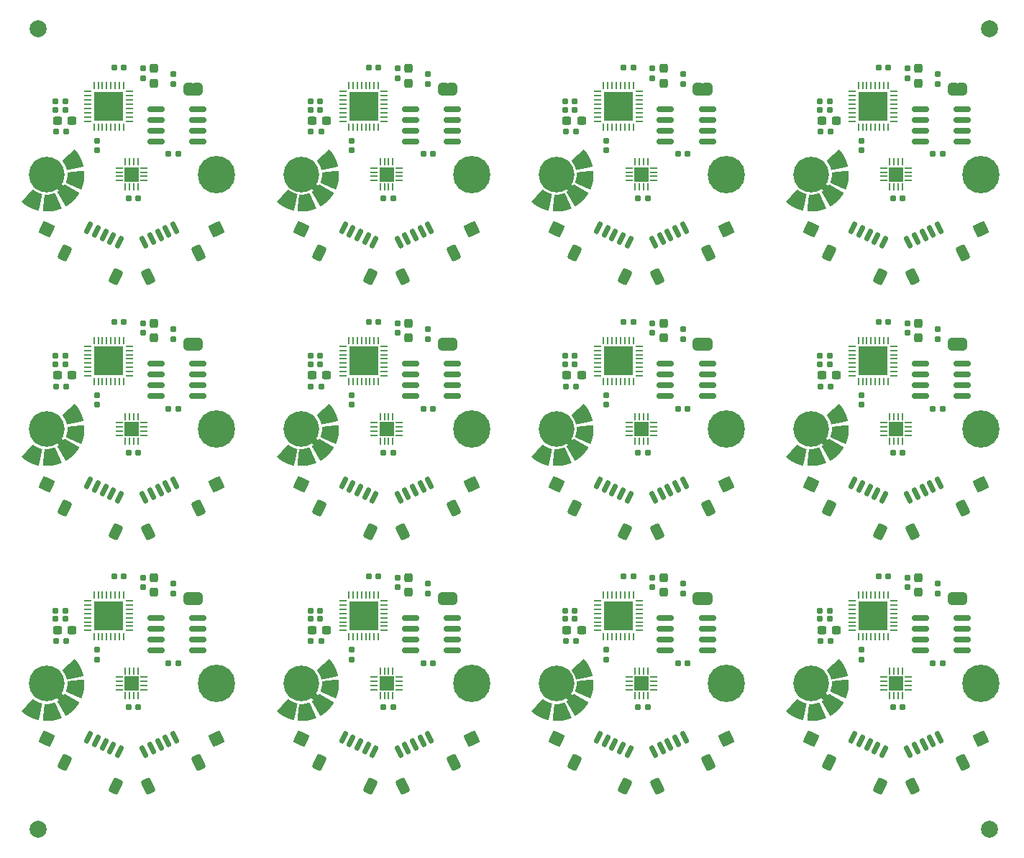
<source format=gts>
G04 #@! TF.GenerationSoftware,KiCad,Pcbnew,9.0.1-9.0.1-0~ubuntu24.04.1*
G04 #@! TF.CreationDate,2025-04-05T17:55:53+02:00*
G04 #@! TF.ProjectId,panel,70616e65-6c2e-46b6-9963-61645f706362,rev?*
G04 #@! TF.SameCoordinates,Original*
G04 #@! TF.FileFunction,Soldermask,Top*
G04 #@! TF.FilePolarity,Negative*
%FSLAX46Y46*%
G04 Gerber Fmt 4.6, Leading zero omitted, Abs format (unit mm)*
G04 Created by KiCad (PCBNEW 9.0.1-9.0.1-0~ubuntu24.04.1) date 2025-04-05 17:55:53*
%MOMM*%
%LPD*%
G01*
G04 APERTURE LIST*
G04 Aperture macros list*
%AMRoundRect*
0 Rectangle with rounded corners*
0 $1 Rounding radius*
0 $2 $3 $4 $5 $6 $7 $8 $9 X,Y pos of 4 corners*
0 Add a 4 corners polygon primitive as box body*
4,1,4,$2,$3,$4,$5,$6,$7,$8,$9,$2,$3,0*
0 Add four circle primitives for the rounded corners*
1,1,$1+$1,$2,$3*
1,1,$1+$1,$4,$5*
1,1,$1+$1,$6,$7*
1,1,$1+$1,$8,$9*
0 Add four rect primitives between the rounded corners*
20,1,$1+$1,$2,$3,$4,$5,0*
20,1,$1+$1,$4,$5,$6,$7,0*
20,1,$1+$1,$6,$7,$8,$9,0*
20,1,$1+$1,$8,$9,$2,$3,0*%
%AMRotRect*
0 Rectangle, with rotation*
0 The origin of the aperture is its center*
0 $1 length*
0 $2 width*
0 $3 Rotation angle, in degrees counterclockwise*
0 Add horizontal line*
21,1,$1,$2,0,0,$3*%
%AMFreePoly0*
4,1,14,0.460331,1.078955,0.915618,1.006844,1.139000,0.950004,0.621000,-0.981996,0.468616,-0.943709,0.157101,-0.902697,-0.157101,-0.902697,-0.468616,-0.943709,-0.621000,-0.981996,-1.139000,0.950004,-0.915618,1.006844,-0.460331,1.078955,0.000000,1.103080,0.460331,1.078955,0.460331,1.078955,$1*%
%AMFreePoly1*
4,1,14,0.460320,1.078851,0.915597,1.006743,1.139000,0.950004,0.621000,-0.981996,0.468616,-0.943709,0.157101,-0.902697,-0.157101,-0.902697,-0.468616,-0.943709,-0.621000,-0.981996,-1.139000,0.950004,-0.915597,1.006743,-0.460320,1.078851,0.000000,1.102975,0.460320,1.078851,0.460320,1.078851,$1*%
%AMFreePoly2*
4,1,16,0.460320,1.078850,0.915597,1.006743,1.139000,0.950004,0.621000,-0.981996,0.468594,-0.943818,0.400000,-0.934787,0.400000,-1.300000,-0.400000,-1.300000,-0.400000,-0.934787,-0.468594,-0.943818,-0.621000,-0.981996,-1.139000,0.950004,-0.915597,1.006743,-0.460320,1.078850,0.000000,1.102975,0.460320,1.078850,0.460320,1.078850,$1*%
%AMFreePoly3*
4,1,14,0.460320,1.078847,0.915597,1.006739,1.139000,0.950001,0.620999,-0.982000,0.468593,-0.943822,0.157093,-0.902813,-0.157094,-0.902813,-0.468594,-0.943822,-0.621000,-0.981999,-1.139000,0.950001,-0.915597,1.006739,-0.460320,1.078847,0.000000,1.102971,0.460320,1.078847,0.460320,1.078847,$1*%
%AMFreePoly4*
4,1,23,0.500000,-0.750000,0.000000,-0.750000,0.000000,-0.745722,-0.065263,-0.745722,-0.191342,-0.711940,-0.304381,-0.646677,-0.396677,-0.554381,-0.461940,-0.441342,-0.495722,-0.315263,-0.495722,-0.250000,-0.500000,-0.250000,-0.500000,0.250000,-0.495722,0.250000,-0.495722,0.315263,-0.461940,0.441342,-0.396677,0.554381,-0.304381,0.646677,-0.191342,0.711940,-0.065263,0.745722,0.000000,0.745722,
0.000000,0.750000,0.500000,0.750000,0.500000,-0.750000,0.500000,-0.750000,$1*%
%AMFreePoly5*
4,1,23,0.000000,0.745722,0.065263,0.745722,0.191342,0.711940,0.304381,0.646677,0.396677,0.554381,0.461940,0.441342,0.495722,0.315263,0.495722,0.250000,0.500000,0.250000,0.500000,-0.250000,0.495722,-0.250000,0.495722,-0.315263,0.461940,-0.441342,0.396677,-0.554381,0.304381,-0.646677,0.191342,-0.711940,0.065263,-0.745722,0.000000,-0.745722,0.000000,-0.750000,-0.500000,-0.750000,
-0.500000,0.750000,0.000000,0.750000,0.000000,0.745722,0.000000,0.745722,$1*%
G04 Aperture macros list end*
%ADD10C,2.000000*%
%ADD11RoundRect,0.155000X-0.155000X0.212500X-0.155000X-0.212500X0.155000X-0.212500X0.155000X0.212500X0*%
%ADD12RoundRect,0.155000X-0.212500X-0.155000X0.212500X-0.155000X0.212500X0.155000X-0.212500X0.155000X0*%
%ADD13RoundRect,0.150000X-0.400083X-0.503050X-0.128190X-0.629835X0.400083X0.503050X0.128190X0.629835X0*%
%ADD14RoundRect,0.250000X-0.591910X-0.441184X0.042506X-0.737016X0.591910X0.441184X-0.042506X0.737016X0*%
%ADD15C,2.600000*%
%ADD16C,4.400000*%
%ADD17RoundRect,0.160000X-0.160000X0.197500X-0.160000X-0.197500X0.160000X-0.197500X0.160000X0.197500X0*%
%ADD18RoundRect,0.160000X-0.197500X-0.160000X0.197500X-0.160000X0.197500X0.160000X-0.197500X0.160000X0*%
%ADD19RoundRect,0.150000X-0.825000X-0.150000X0.825000X-0.150000X0.825000X0.150000X-0.825000X0.150000X0*%
%ADD20RoundRect,0.237500X-0.237500X0.300000X-0.237500X-0.300000X0.237500X-0.300000X0.237500X0.300000X0*%
%ADD21RoundRect,0.237500X-0.300000X-0.237500X0.300000X-0.237500X0.300000X0.237500X-0.300000X0.237500X0*%
%ADD22RotRect,1.500000X1.500000X335.000000*%
%ADD23RotRect,1.500000X1.500000X25.000000*%
%ADD24FreePoly0,153.000000*%
%ADD25FreePoly1,189.000000*%
%ADD26FreePoly2,225.000000*%
%ADD27C,4.200000*%
%ADD28FreePoly3,261.000000*%
%ADD29FreePoly0,297.000000*%
%ADD30RoundRect,0.062500X0.350000X0.062500X-0.350000X0.062500X-0.350000X-0.062500X0.350000X-0.062500X0*%
%ADD31RoundRect,0.062500X0.062500X0.350000X-0.062500X0.350000X-0.062500X-0.350000X0.062500X-0.350000X0*%
%ADD32R,1.700000X1.700000*%
%ADD33FreePoly4,180.000000*%
%ADD34FreePoly5,180.000000*%
%ADD35RoundRect,0.062500X-0.062500X0.375000X-0.062500X-0.375000X0.062500X-0.375000X0.062500X0.375000X0*%
%ADD36RoundRect,0.062500X-0.375000X0.062500X-0.375000X-0.062500X0.375000X-0.062500X0.375000X0.062500X0*%
%ADD37R,3.450000X3.450000*%
%ADD38RoundRect,0.150000X0.128190X-0.629835X0.400083X-0.503050X-0.128190X0.629835X-0.400083X0.503050X0*%
%ADD39RoundRect,0.250000X-0.042506X-0.737016X0.591910X-0.441184X0.042506X0.737016X-0.591910X0.441184X0*%
G04 APERTURE END LIST*
G04 #@! TO.C,JP1*
G36*
X88345716Y-71748929D02*
G01*
X88045716Y-71748929D01*
X88045716Y-70248929D01*
X88345716Y-70248929D01*
X88345716Y-71748929D01*
G37*
G36*
X28345716Y-41748929D02*
G01*
X28045716Y-41748929D01*
X28045716Y-40248929D01*
X28345716Y-40248929D01*
X28345716Y-41748929D01*
G37*
G36*
X58345716Y-71748929D02*
G01*
X58045716Y-71748929D01*
X58045716Y-70248929D01*
X58345716Y-70248929D01*
X58345716Y-71748929D01*
G37*
G36*
X28345716Y-11748929D02*
G01*
X28045716Y-11748929D01*
X28045716Y-10248929D01*
X28345716Y-10248929D01*
X28345716Y-11748929D01*
G37*
G36*
X88345716Y-41748929D02*
G01*
X88045716Y-41748929D01*
X88045716Y-40248929D01*
X88345716Y-40248929D01*
X88345716Y-41748929D01*
G37*
G36*
X58345716Y-11748929D02*
G01*
X58045716Y-11748929D01*
X58045716Y-10248929D01*
X58345716Y-10248929D01*
X58345716Y-11748929D01*
G37*
G36*
X118345716Y-71748929D02*
G01*
X118045716Y-71748929D01*
X118045716Y-70248929D01*
X118345716Y-70248929D01*
X118345716Y-71748929D01*
G37*
G36*
X118345716Y-11748929D02*
G01*
X118045716Y-11748929D01*
X118045716Y-10248929D01*
X118345716Y-10248929D01*
X118345716Y-11748929D01*
G37*
G36*
X118345716Y-41748929D02*
G01*
X118045716Y-41748929D01*
X118045716Y-40248929D01*
X118345716Y-40248929D01*
X118345716Y-41748929D01*
G37*
G36*
X28345716Y-71748929D02*
G01*
X28045716Y-71748929D01*
X28045716Y-70248929D01*
X28345716Y-70248929D01*
X28345716Y-71748929D01*
G37*
G36*
X88345716Y-11748929D02*
G01*
X88045716Y-11748929D01*
X88045716Y-10248929D01*
X88345716Y-10248929D01*
X88345716Y-11748929D01*
G37*
G36*
X58345716Y-41748929D02*
G01*
X58045716Y-41748929D01*
X58045716Y-40248929D01*
X58345716Y-40248929D01*
X58345716Y-41748929D01*
G37*
G04 #@! TD*
D10*
G04 #@! TO.C,KiKit_FID_T_1*
X10000000Y-3850000D03*
G04 #@! TD*
D11*
G04 #@! TO.C,C13*
X106895716Y-47031429D03*
X106895716Y-48166429D03*
G04 #@! TD*
D12*
G04 #@! TO.C,C2*
X48928216Y-38398929D03*
X50063216Y-38398929D03*
G04 #@! TD*
D11*
G04 #@! TO.C,C3*
X22295716Y-68531429D03*
X22295716Y-69666429D03*
G04 #@! TD*
D13*
G04 #@! TO.C,J6*
X105928337Y-27341077D03*
X106834645Y-27763695D03*
X107740953Y-28186313D03*
X108647260Y-28608932D03*
X109553568Y-29031550D03*
D14*
X103112491Y-30303616D03*
X109094122Y-33092896D03*
G04 #@! TD*
D15*
G04 #@! TO.C,H1*
X60995716Y-20998929D03*
D16*
X60995716Y-20998929D03*
G04 #@! TD*
D17*
G04 #@! TO.C,R3*
X55895716Y-39201429D03*
X55895716Y-40396429D03*
G04 #@! TD*
D18*
G04 #@! TO.C,FB1*
X102098216Y-45998929D03*
X103293216Y-45998929D03*
G04 #@! TD*
D17*
G04 #@! TO.C,R3*
X115895716Y-69201429D03*
X115895716Y-70396429D03*
G04 #@! TD*
D12*
G04 #@! TO.C,C33*
X42028216Y-42398929D03*
X43163216Y-42398929D03*
G04 #@! TD*
D19*
G04 #@! TO.C,U3*
X23820716Y-13293929D03*
X23820716Y-14563929D03*
X23820716Y-15833929D03*
X23820716Y-17103929D03*
X28770716Y-17103929D03*
X28770716Y-15833929D03*
X28770716Y-14563929D03*
X28770716Y-13293929D03*
G04 #@! TD*
D20*
G04 #@! TO.C,C1*
X83595716Y-38536429D03*
X83595716Y-40261429D03*
G04 #@! TD*
D12*
G04 #@! TO.C,C7*
X50628216Y-53798929D03*
X51763216Y-53798929D03*
G04 #@! TD*
D21*
G04 #@! TO.C,C4*
X72233216Y-74698929D03*
X73958216Y-74698929D03*
G04 #@! TD*
D22*
G04 #@! TO.C,PAD5*
X40995716Y-27498929D03*
G04 #@! TD*
D15*
G04 #@! TO.C,H1*
X60995716Y-80998929D03*
D16*
X60995716Y-80998929D03*
G04 #@! TD*
D23*
G04 #@! TO.C,PAD4*
X120995716Y-57498929D03*
G04 #@! TD*
D11*
G04 #@! TO.C,C13*
X16895716Y-47031429D03*
X16895716Y-48166429D03*
G04 #@! TD*
D12*
G04 #@! TO.C,C2*
X48928216Y-8398929D03*
X50063216Y-8398929D03*
G04 #@! TD*
G04 #@! TO.C,C2*
X18928216Y-8398929D03*
X20063216Y-8398929D03*
G04 #@! TD*
D11*
G04 #@! TO.C,C13*
X106895716Y-17031429D03*
X106895716Y-18166429D03*
G04 #@! TD*
G04 #@! TO.C,C13*
X46895716Y-17031429D03*
X46895716Y-18166429D03*
G04 #@! TD*
D12*
G04 #@! TO.C,C33*
X102028216Y-72398929D03*
X103163216Y-72398929D03*
G04 #@! TD*
D15*
G04 #@! TO.C,H1*
X120995716Y-20998929D03*
D16*
X120995716Y-20998929D03*
G04 #@! TD*
D12*
G04 #@! TO.C,C10*
X25328216Y-48598929D03*
X26463216Y-48598929D03*
G04 #@! TD*
D13*
G04 #@! TO.C,J6*
X75928337Y-27341077D03*
X76834645Y-27763695D03*
X77740953Y-28186313D03*
X78647260Y-28608932D03*
X79553568Y-29031550D03*
D14*
X73112491Y-30303616D03*
X79094122Y-33092896D03*
G04 #@! TD*
D24*
G04 #@! TO.C,J2*
X99497548Y-23939250D03*
D25*
X101511950Y-24258300D03*
D26*
X103329168Y-23332381D03*
D27*
X100995716Y-20998929D03*
D28*
X104255087Y-21515163D03*
D29*
X103936037Y-19500761D03*
G04 #@! TD*
D18*
G04 #@! TO.C,FB1*
X12098216Y-15998929D03*
X13293216Y-15998929D03*
G04 #@! TD*
D11*
G04 #@! TO.C,C13*
X16895716Y-77031429D03*
X16895716Y-78166429D03*
G04 #@! TD*
D17*
G04 #@! TO.C,R3*
X115895716Y-9201429D03*
X115895716Y-10396429D03*
G04 #@! TD*
D30*
G04 #@! TO.C,U2*
X52458216Y-21748929D03*
X52458216Y-21248929D03*
X52458216Y-20748929D03*
X52458216Y-20248929D03*
D31*
X51745716Y-19536429D03*
X51245716Y-19536429D03*
X50745716Y-19536429D03*
X50245716Y-19536429D03*
D30*
X49533216Y-20248929D03*
X49533216Y-20748929D03*
X49533216Y-21248929D03*
X49533216Y-21748929D03*
D31*
X50245716Y-22461429D03*
X50745716Y-22461429D03*
X51245716Y-22461429D03*
X51745716Y-22461429D03*
D32*
X50995716Y-20998929D03*
G04 #@! TD*
D33*
G04 #@! TO.C,JP1*
X88845716Y-70998929D03*
D34*
X87545716Y-70998929D03*
G04 #@! TD*
D33*
G04 #@! TO.C,JP1*
X28845716Y-40998929D03*
D34*
X27545716Y-40998929D03*
G04 #@! TD*
D22*
G04 #@! TO.C,PAD5*
X10995716Y-87498929D03*
G04 #@! TD*
G04 #@! TO.C,PAD5*
X10995716Y-57498929D03*
G04 #@! TD*
D11*
G04 #@! TO.C,C3*
X112295716Y-38531429D03*
X112295716Y-39666429D03*
G04 #@! TD*
D22*
G04 #@! TO.C,PAD5*
X40995716Y-57498929D03*
G04 #@! TD*
G04 #@! TO.C,PAD5*
X70995716Y-27498929D03*
G04 #@! TD*
D19*
G04 #@! TO.C,U3*
X113820716Y-73293929D03*
X113820716Y-74563929D03*
X113820716Y-75833929D03*
X113820716Y-77103929D03*
X118770716Y-77103929D03*
X118770716Y-75833929D03*
X118770716Y-74563929D03*
X118770716Y-73293929D03*
G04 #@! TD*
D15*
G04 #@! TO.C,H1*
X30995716Y-20998929D03*
D16*
X30995716Y-20998929D03*
G04 #@! TD*
D12*
G04 #@! TO.C,C7*
X110628216Y-53798929D03*
X111763216Y-53798929D03*
G04 #@! TD*
D21*
G04 #@! TO.C,C4*
X102233216Y-44698929D03*
X103958216Y-44698929D03*
G04 #@! TD*
D19*
G04 #@! TO.C,U3*
X83820716Y-13293929D03*
X83820716Y-14563929D03*
X83820716Y-15833929D03*
X83820716Y-17103929D03*
X88770716Y-17103929D03*
X88770716Y-15833929D03*
X88770716Y-14563929D03*
X88770716Y-13293929D03*
G04 #@! TD*
D12*
G04 #@! TO.C,C5*
X102028216Y-73398929D03*
X103163216Y-73398929D03*
G04 #@! TD*
D35*
G04 #@! TO.C,U4*
X110045716Y-70561429D03*
X109545716Y-70561429D03*
X109045716Y-70561429D03*
X108545716Y-70561429D03*
X108045716Y-70561429D03*
X107545716Y-70561429D03*
X107045716Y-70561429D03*
X106545716Y-70561429D03*
D36*
X105858216Y-71248929D03*
X105858216Y-71748929D03*
X105858216Y-72248929D03*
X105858216Y-72748929D03*
X105858216Y-73248929D03*
X105858216Y-73748929D03*
X105858216Y-74248929D03*
X105858216Y-74748929D03*
D35*
X106545716Y-75436429D03*
X107045716Y-75436429D03*
X107545716Y-75436429D03*
X108045716Y-75436429D03*
X108545716Y-75436429D03*
X109045716Y-75436429D03*
X109545716Y-75436429D03*
X110045716Y-75436429D03*
D36*
X110733216Y-74748929D03*
X110733216Y-74248929D03*
X110733216Y-73748929D03*
X110733216Y-73248929D03*
X110733216Y-72748929D03*
X110733216Y-72248929D03*
X110733216Y-71748929D03*
X110733216Y-71248929D03*
D37*
X108295716Y-72998929D03*
G04 #@! TD*
D12*
G04 #@! TO.C,C33*
X12028216Y-72398929D03*
X13163216Y-72398929D03*
G04 #@! TD*
D24*
G04 #@! TO.C,J2*
X69497548Y-53939250D03*
D25*
X71511950Y-54258300D03*
D26*
X73329168Y-53332381D03*
D27*
X70995716Y-50998929D03*
D28*
X74255087Y-51515163D03*
D29*
X73936037Y-49500761D03*
G04 #@! TD*
D13*
G04 #@! TO.C,J6*
X105928337Y-57341077D03*
X106834645Y-57763695D03*
X107740953Y-58186313D03*
X108647260Y-58608932D03*
X109553568Y-59031550D03*
D14*
X103112491Y-60303616D03*
X109094122Y-63092896D03*
G04 #@! TD*
D13*
G04 #@! TO.C,J6*
X15928337Y-57341077D03*
X16834645Y-57763695D03*
X17740953Y-58186313D03*
X18647260Y-58608932D03*
X19553568Y-59031550D03*
D14*
X13112491Y-60303616D03*
X19094122Y-63092896D03*
G04 #@! TD*
D12*
G04 #@! TO.C,C2*
X18928216Y-68398929D03*
X20063216Y-68398929D03*
G04 #@! TD*
D35*
G04 #@! TO.C,U4*
X20045716Y-10561429D03*
X19545716Y-10561429D03*
X19045716Y-10561429D03*
X18545716Y-10561429D03*
X18045716Y-10561429D03*
X17545716Y-10561429D03*
X17045716Y-10561429D03*
X16545716Y-10561429D03*
D36*
X15858216Y-11248929D03*
X15858216Y-11748929D03*
X15858216Y-12248929D03*
X15858216Y-12748929D03*
X15858216Y-13248929D03*
X15858216Y-13748929D03*
X15858216Y-14248929D03*
X15858216Y-14748929D03*
D35*
X16545716Y-15436429D03*
X17045716Y-15436429D03*
X17545716Y-15436429D03*
X18045716Y-15436429D03*
X18545716Y-15436429D03*
X19045716Y-15436429D03*
X19545716Y-15436429D03*
X20045716Y-15436429D03*
D36*
X20733216Y-14748929D03*
X20733216Y-14248929D03*
X20733216Y-13748929D03*
X20733216Y-13248929D03*
X20733216Y-12748929D03*
X20733216Y-12248929D03*
X20733216Y-11748929D03*
X20733216Y-11248929D03*
D37*
X18295716Y-12998929D03*
G04 #@! TD*
D19*
G04 #@! TO.C,U3*
X53820716Y-13293929D03*
X53820716Y-14563929D03*
X53820716Y-15833929D03*
X53820716Y-17103929D03*
X58770716Y-17103929D03*
X58770716Y-15833929D03*
X58770716Y-14563929D03*
X58770716Y-13293929D03*
G04 #@! TD*
D12*
G04 #@! TO.C,C7*
X20628216Y-83798929D03*
X21763216Y-83798929D03*
G04 #@! TD*
D11*
G04 #@! TO.C,C13*
X16895716Y-17031429D03*
X16895716Y-18166429D03*
G04 #@! TD*
D12*
G04 #@! TO.C,C2*
X108928216Y-8398929D03*
X110063216Y-8398929D03*
G04 #@! TD*
D20*
G04 #@! TO.C,C1*
X83595716Y-8536429D03*
X83595716Y-10261429D03*
G04 #@! TD*
G04 #@! TO.C,C1*
X23595716Y-68536429D03*
X23595716Y-70261429D03*
G04 #@! TD*
D12*
G04 #@! TO.C,C33*
X42028216Y-72398929D03*
X43163216Y-72398929D03*
G04 #@! TD*
D35*
G04 #@! TO.C,U4*
X20045716Y-40561429D03*
X19545716Y-40561429D03*
X19045716Y-40561429D03*
X18545716Y-40561429D03*
X18045716Y-40561429D03*
X17545716Y-40561429D03*
X17045716Y-40561429D03*
X16545716Y-40561429D03*
D36*
X15858216Y-41248929D03*
X15858216Y-41748929D03*
X15858216Y-42248929D03*
X15858216Y-42748929D03*
X15858216Y-43248929D03*
X15858216Y-43748929D03*
X15858216Y-44248929D03*
X15858216Y-44748929D03*
D35*
X16545716Y-45436429D03*
X17045716Y-45436429D03*
X17545716Y-45436429D03*
X18045716Y-45436429D03*
X18545716Y-45436429D03*
X19045716Y-45436429D03*
X19545716Y-45436429D03*
X20045716Y-45436429D03*
D36*
X20733216Y-44748929D03*
X20733216Y-44248929D03*
X20733216Y-43748929D03*
X20733216Y-43248929D03*
X20733216Y-42748929D03*
X20733216Y-42248929D03*
X20733216Y-41748929D03*
X20733216Y-41248929D03*
D37*
X18295716Y-42998929D03*
G04 #@! TD*
D35*
G04 #@! TO.C,U4*
X50045716Y-40561429D03*
X49545716Y-40561429D03*
X49045716Y-40561429D03*
X48545716Y-40561429D03*
X48045716Y-40561429D03*
X47545716Y-40561429D03*
X47045716Y-40561429D03*
X46545716Y-40561429D03*
D36*
X45858216Y-41248929D03*
X45858216Y-41748929D03*
X45858216Y-42248929D03*
X45858216Y-42748929D03*
X45858216Y-43248929D03*
X45858216Y-43748929D03*
X45858216Y-44248929D03*
X45858216Y-44748929D03*
D35*
X46545716Y-45436429D03*
X47045716Y-45436429D03*
X47545716Y-45436429D03*
X48045716Y-45436429D03*
X48545716Y-45436429D03*
X49045716Y-45436429D03*
X49545716Y-45436429D03*
X50045716Y-45436429D03*
D36*
X50733216Y-44748929D03*
X50733216Y-44248929D03*
X50733216Y-43748929D03*
X50733216Y-43248929D03*
X50733216Y-42748929D03*
X50733216Y-42248929D03*
X50733216Y-41748929D03*
X50733216Y-41248929D03*
D37*
X48295716Y-42998929D03*
G04 #@! TD*
D23*
G04 #@! TO.C,PAD4*
X90995716Y-27498929D03*
G04 #@! TD*
G04 #@! TO.C,PAD4*
X90995716Y-87498929D03*
G04 #@! TD*
D21*
G04 #@! TO.C,C4*
X12233216Y-14698929D03*
X13958216Y-14698929D03*
G04 #@! TD*
D38*
G04 #@! TO.C,J1*
X82437864Y-59031550D03*
X83344172Y-58608932D03*
X84250479Y-58186313D03*
X85156787Y-57763695D03*
X86063095Y-57341077D03*
D39*
X82897310Y-63092896D03*
X88878941Y-60303616D03*
G04 #@! TD*
D33*
G04 #@! TO.C,JP1*
X58845716Y-70998929D03*
D34*
X57545716Y-70998929D03*
G04 #@! TD*
D38*
G04 #@! TO.C,J1*
X82437864Y-89031550D03*
X83344172Y-88608932D03*
X84250479Y-88186313D03*
X85156787Y-87763695D03*
X86063095Y-87341077D03*
D39*
X82897310Y-93092896D03*
X88878941Y-90303616D03*
G04 #@! TD*
D12*
G04 #@! TO.C,C2*
X108928216Y-68398929D03*
X110063216Y-68398929D03*
G04 #@! TD*
D30*
G04 #@! TO.C,U2*
X82458216Y-51748929D03*
X82458216Y-51248929D03*
X82458216Y-50748929D03*
X82458216Y-50248929D03*
D31*
X81745716Y-49536429D03*
X81245716Y-49536429D03*
X80745716Y-49536429D03*
X80245716Y-49536429D03*
D30*
X79533216Y-50248929D03*
X79533216Y-50748929D03*
X79533216Y-51248929D03*
X79533216Y-51748929D03*
D31*
X80245716Y-52461429D03*
X80745716Y-52461429D03*
X81245716Y-52461429D03*
X81745716Y-52461429D03*
D32*
X80995716Y-50998929D03*
G04 #@! TD*
D19*
G04 #@! TO.C,U3*
X113820716Y-13293929D03*
X113820716Y-14563929D03*
X113820716Y-15833929D03*
X113820716Y-17103929D03*
X118770716Y-17103929D03*
X118770716Y-15833929D03*
X118770716Y-14563929D03*
X118770716Y-13293929D03*
G04 #@! TD*
G04 #@! TO.C,U3*
X53820716Y-73293929D03*
X53820716Y-74563929D03*
X53820716Y-75833929D03*
X53820716Y-77103929D03*
X58770716Y-77103929D03*
X58770716Y-75833929D03*
X58770716Y-74563929D03*
X58770716Y-73293929D03*
G04 #@! TD*
D13*
G04 #@! TO.C,J6*
X15928337Y-27341077D03*
X16834645Y-27763695D03*
X17740953Y-28186313D03*
X18647260Y-28608932D03*
X19553568Y-29031550D03*
D14*
X13112491Y-30303616D03*
X19094122Y-33092896D03*
G04 #@! TD*
D12*
G04 #@! TO.C,C7*
X110628216Y-23798929D03*
X111763216Y-23798929D03*
G04 #@! TD*
D17*
G04 #@! TO.C,R3*
X115895716Y-39201429D03*
X115895716Y-40396429D03*
G04 #@! TD*
D11*
G04 #@! TO.C,C3*
X82295716Y-38531429D03*
X82295716Y-39666429D03*
G04 #@! TD*
D12*
G04 #@! TO.C,C7*
X20628216Y-53798929D03*
X21763216Y-53798929D03*
G04 #@! TD*
D11*
G04 #@! TO.C,C3*
X52295716Y-68531429D03*
X52295716Y-69666429D03*
G04 #@! TD*
D23*
G04 #@! TO.C,PAD4*
X60995716Y-27498929D03*
G04 #@! TD*
D21*
G04 #@! TO.C,C4*
X12233216Y-74698929D03*
X13958216Y-74698929D03*
G04 #@! TD*
G04 #@! TO.C,C4*
X42233216Y-44698929D03*
X43958216Y-44698929D03*
G04 #@! TD*
D22*
G04 #@! TO.C,PAD5*
X10995716Y-27498929D03*
G04 #@! TD*
D17*
G04 #@! TO.C,R3*
X55895716Y-9201429D03*
X55895716Y-10396429D03*
G04 #@! TD*
D12*
G04 #@! TO.C,C5*
X42028216Y-43398929D03*
X43163216Y-43398929D03*
G04 #@! TD*
D33*
G04 #@! TO.C,JP1*
X28845716Y-10998929D03*
D34*
X27545716Y-10998929D03*
G04 #@! TD*
D13*
G04 #@! TO.C,J6*
X45928337Y-87341077D03*
X46834645Y-87763695D03*
X47740953Y-88186313D03*
X48647260Y-88608932D03*
X49553568Y-89031550D03*
D14*
X43112491Y-90303616D03*
X49094122Y-93092896D03*
G04 #@! TD*
D30*
G04 #@! TO.C,U2*
X22458216Y-51748929D03*
X22458216Y-51248929D03*
X22458216Y-50748929D03*
X22458216Y-50248929D03*
D31*
X21745716Y-49536429D03*
X21245716Y-49536429D03*
X20745716Y-49536429D03*
X20245716Y-49536429D03*
D30*
X19533216Y-50248929D03*
X19533216Y-50748929D03*
X19533216Y-51248929D03*
X19533216Y-51748929D03*
D31*
X20245716Y-52461429D03*
X20745716Y-52461429D03*
X21245716Y-52461429D03*
X21745716Y-52461429D03*
D32*
X20995716Y-50998929D03*
G04 #@! TD*
D38*
G04 #@! TO.C,J1*
X52437864Y-59031550D03*
X53344172Y-58608932D03*
X54250479Y-58186313D03*
X55156787Y-57763695D03*
X56063095Y-57341077D03*
D39*
X52897310Y-63092896D03*
X58878941Y-60303616D03*
G04 #@! TD*
D12*
G04 #@! TO.C,C5*
X102028216Y-43398929D03*
X103163216Y-43398929D03*
G04 #@! TD*
G04 #@! TO.C,C7*
X80628216Y-53798929D03*
X81763216Y-53798929D03*
G04 #@! TD*
D15*
G04 #@! TO.C,H1*
X120995716Y-80998929D03*
D16*
X120995716Y-80998929D03*
G04 #@! TD*
D11*
G04 #@! TO.C,C13*
X76895716Y-47031429D03*
X76895716Y-48166429D03*
G04 #@! TD*
G04 #@! TO.C,C13*
X106895716Y-77031429D03*
X106895716Y-78166429D03*
G04 #@! TD*
D24*
G04 #@! TO.C,J2*
X99497548Y-53939250D03*
D25*
X101511950Y-54258300D03*
D26*
X103329168Y-53332381D03*
D27*
X100995716Y-50998929D03*
D28*
X104255087Y-51515163D03*
D29*
X103936037Y-49500761D03*
G04 #@! TD*
D33*
G04 #@! TO.C,JP1*
X88845716Y-40998929D03*
D34*
X87545716Y-40998929D03*
G04 #@! TD*
D12*
G04 #@! TO.C,C33*
X12028216Y-42398929D03*
X13163216Y-42398929D03*
G04 #@! TD*
D19*
G04 #@! TO.C,U3*
X113820716Y-43293929D03*
X113820716Y-44563929D03*
X113820716Y-45833929D03*
X113820716Y-47103929D03*
X118770716Y-47103929D03*
X118770716Y-45833929D03*
X118770716Y-44563929D03*
X118770716Y-43293929D03*
G04 #@! TD*
D22*
G04 #@! TO.C,PAD5*
X40995716Y-87498929D03*
G04 #@! TD*
D38*
G04 #@! TO.C,J1*
X52437864Y-89031550D03*
X53344172Y-88608932D03*
X54250479Y-88186313D03*
X55156787Y-87763695D03*
X56063095Y-87341077D03*
D39*
X52897310Y-93092896D03*
X58878941Y-90303616D03*
G04 #@! TD*
D12*
G04 #@! TO.C,C7*
X50628216Y-83798929D03*
X51763216Y-83798929D03*
G04 #@! TD*
D38*
G04 #@! TO.C,J1*
X22437864Y-29031550D03*
X23344172Y-28608932D03*
X24250479Y-28186313D03*
X25156787Y-27763695D03*
X26063095Y-27341077D03*
D39*
X22897310Y-33092896D03*
X28878941Y-30303616D03*
G04 #@! TD*
D13*
G04 #@! TO.C,J6*
X45928337Y-57341077D03*
X46834645Y-57763695D03*
X47740953Y-58186313D03*
X48647260Y-58608932D03*
X49553568Y-59031550D03*
D14*
X43112491Y-60303616D03*
X49094122Y-63092896D03*
G04 #@! TD*
D11*
G04 #@! TO.C,C3*
X52295716Y-38531429D03*
X52295716Y-39666429D03*
G04 #@! TD*
D24*
G04 #@! TO.C,J2*
X39497548Y-23939250D03*
D25*
X41511950Y-24258300D03*
D26*
X43329168Y-23332381D03*
D27*
X40995716Y-20998929D03*
D28*
X44255087Y-21515163D03*
D29*
X43936037Y-19500761D03*
G04 #@! TD*
D35*
G04 #@! TO.C,U4*
X110045716Y-10561429D03*
X109545716Y-10561429D03*
X109045716Y-10561429D03*
X108545716Y-10561429D03*
X108045716Y-10561429D03*
X107545716Y-10561429D03*
X107045716Y-10561429D03*
X106545716Y-10561429D03*
D36*
X105858216Y-11248929D03*
X105858216Y-11748929D03*
X105858216Y-12248929D03*
X105858216Y-12748929D03*
X105858216Y-13248929D03*
X105858216Y-13748929D03*
X105858216Y-14248929D03*
X105858216Y-14748929D03*
D35*
X106545716Y-15436429D03*
X107045716Y-15436429D03*
X107545716Y-15436429D03*
X108045716Y-15436429D03*
X108545716Y-15436429D03*
X109045716Y-15436429D03*
X109545716Y-15436429D03*
X110045716Y-15436429D03*
D36*
X110733216Y-14748929D03*
X110733216Y-14248929D03*
X110733216Y-13748929D03*
X110733216Y-13248929D03*
X110733216Y-12748929D03*
X110733216Y-12248929D03*
X110733216Y-11748929D03*
X110733216Y-11248929D03*
D37*
X108295716Y-12998929D03*
G04 #@! TD*
D20*
G04 #@! TO.C,C1*
X83595716Y-68536429D03*
X83595716Y-70261429D03*
G04 #@! TD*
D12*
G04 #@! TO.C,C10*
X55328216Y-78598929D03*
X56463216Y-78598929D03*
G04 #@! TD*
G04 #@! TO.C,C5*
X102028216Y-13398929D03*
X103163216Y-13398929D03*
G04 #@! TD*
D18*
G04 #@! TO.C,FB1*
X42098216Y-15998929D03*
X43293216Y-15998929D03*
G04 #@! TD*
D12*
G04 #@! TO.C,C7*
X20628216Y-23798929D03*
X21763216Y-23798929D03*
G04 #@! TD*
D23*
G04 #@! TO.C,PAD4*
X30995716Y-27498929D03*
G04 #@! TD*
D11*
G04 #@! TO.C,C3*
X52295716Y-8531429D03*
X52295716Y-9666429D03*
G04 #@! TD*
D17*
G04 #@! TO.C,R3*
X85895716Y-39201429D03*
X85895716Y-40396429D03*
G04 #@! TD*
D12*
G04 #@! TO.C,C5*
X12028216Y-73398929D03*
X13163216Y-73398929D03*
G04 #@! TD*
D24*
G04 #@! TO.C,J2*
X69497548Y-23939250D03*
D25*
X71511950Y-24258300D03*
D26*
X73329168Y-23332381D03*
D27*
X70995716Y-20998929D03*
D28*
X74255087Y-21515163D03*
D29*
X73936037Y-19500761D03*
G04 #@! TD*
D22*
G04 #@! TO.C,PAD5*
X100995716Y-27498929D03*
G04 #@! TD*
D12*
G04 #@! TO.C,C33*
X72028216Y-12398929D03*
X73163216Y-12398929D03*
G04 #@! TD*
D38*
G04 #@! TO.C,J1*
X22437864Y-89031550D03*
X23344172Y-88608932D03*
X24250479Y-88186313D03*
X25156787Y-87763695D03*
X26063095Y-87341077D03*
D39*
X22897310Y-93092896D03*
X28878941Y-90303616D03*
G04 #@! TD*
D17*
G04 #@! TO.C,R3*
X25895716Y-39201429D03*
X25895716Y-40396429D03*
G04 #@! TD*
D20*
G04 #@! TO.C,C1*
X53595716Y-68536429D03*
X53595716Y-70261429D03*
G04 #@! TD*
D12*
G04 #@! TO.C,C33*
X12028216Y-12398929D03*
X13163216Y-12398929D03*
G04 #@! TD*
D17*
G04 #@! TO.C,R3*
X85895716Y-9201429D03*
X85895716Y-10396429D03*
G04 #@! TD*
D18*
G04 #@! TO.C,FB1*
X102098216Y-75998929D03*
X103293216Y-75998929D03*
G04 #@! TD*
D12*
G04 #@! TO.C,C33*
X72028216Y-42398929D03*
X73163216Y-42398929D03*
G04 #@! TD*
D33*
G04 #@! TO.C,JP1*
X58845716Y-10998929D03*
D34*
X57545716Y-10998929D03*
G04 #@! TD*
D24*
G04 #@! TO.C,J2*
X69497548Y-83939250D03*
D25*
X71511950Y-84258300D03*
D26*
X73329168Y-83332381D03*
D27*
X70995716Y-80998929D03*
D28*
X74255087Y-81515163D03*
D29*
X73936037Y-79500761D03*
G04 #@! TD*
D33*
G04 #@! TO.C,JP1*
X118845716Y-70998929D03*
D34*
X117545716Y-70998929D03*
G04 #@! TD*
D35*
G04 #@! TO.C,U4*
X80045716Y-10561429D03*
X79545716Y-10561429D03*
X79045716Y-10561429D03*
X78545716Y-10561429D03*
X78045716Y-10561429D03*
X77545716Y-10561429D03*
X77045716Y-10561429D03*
X76545716Y-10561429D03*
D36*
X75858216Y-11248929D03*
X75858216Y-11748929D03*
X75858216Y-12248929D03*
X75858216Y-12748929D03*
X75858216Y-13248929D03*
X75858216Y-13748929D03*
X75858216Y-14248929D03*
X75858216Y-14748929D03*
D35*
X76545716Y-15436429D03*
X77045716Y-15436429D03*
X77545716Y-15436429D03*
X78045716Y-15436429D03*
X78545716Y-15436429D03*
X79045716Y-15436429D03*
X79545716Y-15436429D03*
X80045716Y-15436429D03*
D36*
X80733216Y-14748929D03*
X80733216Y-14248929D03*
X80733216Y-13748929D03*
X80733216Y-13248929D03*
X80733216Y-12748929D03*
X80733216Y-12248929D03*
X80733216Y-11748929D03*
X80733216Y-11248929D03*
D37*
X78295716Y-12998929D03*
G04 #@! TD*
D24*
G04 #@! TO.C,J2*
X9497548Y-53939250D03*
D25*
X11511950Y-54258300D03*
D26*
X13329168Y-53332381D03*
D27*
X10995716Y-50998929D03*
D28*
X14255087Y-51515163D03*
D29*
X13936037Y-49500761D03*
G04 #@! TD*
D12*
G04 #@! TO.C,C10*
X25328216Y-18598929D03*
X26463216Y-18598929D03*
G04 #@! TD*
G04 #@! TO.C,C5*
X12028216Y-43398929D03*
X13163216Y-43398929D03*
G04 #@! TD*
D11*
G04 #@! TO.C,C13*
X46895716Y-47031429D03*
X46895716Y-48166429D03*
G04 #@! TD*
D13*
G04 #@! TO.C,J6*
X75928337Y-57341077D03*
X76834645Y-57763695D03*
X77740953Y-58186313D03*
X78647260Y-58608932D03*
X79553568Y-59031550D03*
D14*
X73112491Y-60303616D03*
X79094122Y-63092896D03*
G04 #@! TD*
D10*
G04 #@! TO.C,KiKit_FID_T_4*
X121995716Y-98147858D03*
G04 #@! TD*
D38*
G04 #@! TO.C,J1*
X82437864Y-29031550D03*
X83344172Y-28608932D03*
X84250479Y-28186313D03*
X85156787Y-27763695D03*
X86063095Y-27341077D03*
D39*
X82897310Y-33092896D03*
X88878941Y-30303616D03*
G04 #@! TD*
D11*
G04 #@! TO.C,C13*
X76895716Y-17031429D03*
X76895716Y-18166429D03*
G04 #@! TD*
D20*
G04 #@! TO.C,C1*
X113595716Y-38536429D03*
X113595716Y-40261429D03*
G04 #@! TD*
D11*
G04 #@! TO.C,C3*
X112295716Y-68531429D03*
X112295716Y-69666429D03*
G04 #@! TD*
D10*
G04 #@! TO.C,KiKit_FID_T_3*
X10000000Y-98147858D03*
G04 #@! TD*
D38*
G04 #@! TO.C,J1*
X112437864Y-59031550D03*
X113344172Y-58608932D03*
X114250479Y-58186313D03*
X115156787Y-57763695D03*
X116063095Y-57341077D03*
D39*
X112897310Y-63092896D03*
X118878941Y-60303616D03*
G04 #@! TD*
D12*
G04 #@! TO.C,C5*
X42028216Y-73398929D03*
X43163216Y-73398929D03*
G04 #@! TD*
G04 #@! TO.C,C33*
X72028216Y-72398929D03*
X73163216Y-72398929D03*
G04 #@! TD*
D38*
G04 #@! TO.C,J1*
X112437864Y-89031550D03*
X113344172Y-88608932D03*
X114250479Y-88186313D03*
X115156787Y-87763695D03*
X116063095Y-87341077D03*
D39*
X112897310Y-93092896D03*
X118878941Y-90303616D03*
G04 #@! TD*
D12*
G04 #@! TO.C,C2*
X78928216Y-38398929D03*
X80063216Y-38398929D03*
G04 #@! TD*
D22*
G04 #@! TO.C,PAD5*
X70995716Y-57498929D03*
G04 #@! TD*
D23*
G04 #@! TO.C,PAD4*
X90995716Y-57498929D03*
G04 #@! TD*
D19*
G04 #@! TO.C,U3*
X83820716Y-43293929D03*
X83820716Y-44563929D03*
X83820716Y-45833929D03*
X83820716Y-47103929D03*
X88770716Y-47103929D03*
X88770716Y-45833929D03*
X88770716Y-44563929D03*
X88770716Y-43293929D03*
G04 #@! TD*
D12*
G04 #@! TO.C,C10*
X115328216Y-18598929D03*
X116463216Y-18598929D03*
G04 #@! TD*
D13*
G04 #@! TO.C,J6*
X45928337Y-27341077D03*
X46834645Y-27763695D03*
X47740953Y-28186313D03*
X48647260Y-28608932D03*
X49553568Y-29031550D03*
D14*
X43112491Y-30303616D03*
X49094122Y-33092896D03*
G04 #@! TD*
D12*
G04 #@! TO.C,C7*
X80628216Y-23798929D03*
X81763216Y-23798929D03*
G04 #@! TD*
D20*
G04 #@! TO.C,C1*
X53595716Y-8536429D03*
X53595716Y-10261429D03*
G04 #@! TD*
D23*
G04 #@! TO.C,PAD4*
X60995716Y-57498929D03*
G04 #@! TD*
D12*
G04 #@! TO.C,C2*
X78928216Y-8398929D03*
X80063216Y-8398929D03*
G04 #@! TD*
D15*
G04 #@! TO.C,H1*
X60995716Y-50998929D03*
D16*
X60995716Y-50998929D03*
G04 #@! TD*
D12*
G04 #@! TO.C,C2*
X78928216Y-68398929D03*
X80063216Y-68398929D03*
G04 #@! TD*
D24*
G04 #@! TO.C,J2*
X9497548Y-83939250D03*
D25*
X11511950Y-84258300D03*
D26*
X13329168Y-83332381D03*
D27*
X10995716Y-80998929D03*
D28*
X14255087Y-81515163D03*
D29*
X13936037Y-79500761D03*
G04 #@! TD*
D38*
G04 #@! TO.C,J1*
X52437864Y-29031550D03*
X53344172Y-28608932D03*
X54250479Y-28186313D03*
X55156787Y-27763695D03*
X56063095Y-27341077D03*
D39*
X52897310Y-33092896D03*
X58878941Y-30303616D03*
G04 #@! TD*
D21*
G04 #@! TO.C,C4*
X42233216Y-74698929D03*
X43958216Y-74698929D03*
G04 #@! TD*
D12*
G04 #@! TO.C,C5*
X12028216Y-13398929D03*
X13163216Y-13398929D03*
G04 #@! TD*
D38*
G04 #@! TO.C,J1*
X22437864Y-59031550D03*
X23344172Y-58608932D03*
X24250479Y-58186313D03*
X25156787Y-57763695D03*
X26063095Y-57341077D03*
D39*
X22897310Y-63092896D03*
X28878941Y-60303616D03*
G04 #@! TD*
D33*
G04 #@! TO.C,JP1*
X118845716Y-10998929D03*
D34*
X117545716Y-10998929D03*
G04 #@! TD*
D33*
G04 #@! TO.C,JP1*
X118845716Y-40998929D03*
D34*
X117545716Y-40998929D03*
G04 #@! TD*
D12*
G04 #@! TO.C,C5*
X72028216Y-43398929D03*
X73163216Y-43398929D03*
G04 #@! TD*
G04 #@! TO.C,C2*
X18928216Y-38398929D03*
X20063216Y-38398929D03*
G04 #@! TD*
G04 #@! TO.C,C33*
X42028216Y-12398929D03*
X43163216Y-12398929D03*
G04 #@! TD*
D22*
G04 #@! TO.C,PAD5*
X70995716Y-87498929D03*
G04 #@! TD*
D30*
G04 #@! TO.C,U2*
X112458216Y-21748929D03*
X112458216Y-21248929D03*
X112458216Y-20748929D03*
X112458216Y-20248929D03*
D31*
X111745716Y-19536429D03*
X111245716Y-19536429D03*
X110745716Y-19536429D03*
X110245716Y-19536429D03*
D30*
X109533216Y-20248929D03*
X109533216Y-20748929D03*
X109533216Y-21248929D03*
X109533216Y-21748929D03*
D31*
X110245716Y-22461429D03*
X110745716Y-22461429D03*
X111245716Y-22461429D03*
X111745716Y-22461429D03*
D32*
X110995716Y-20998929D03*
G04 #@! TD*
D21*
G04 #@! TO.C,C4*
X102233216Y-74698929D03*
X103958216Y-74698929D03*
G04 #@! TD*
D24*
G04 #@! TO.C,J2*
X39497548Y-53939250D03*
D25*
X41511950Y-54258300D03*
D26*
X43329168Y-53332381D03*
D27*
X40995716Y-50998929D03*
D28*
X44255087Y-51515163D03*
D29*
X43936037Y-49500761D03*
G04 #@! TD*
D19*
G04 #@! TO.C,U3*
X23820716Y-43293929D03*
X23820716Y-44563929D03*
X23820716Y-45833929D03*
X23820716Y-47103929D03*
X28770716Y-47103929D03*
X28770716Y-45833929D03*
X28770716Y-44563929D03*
X28770716Y-43293929D03*
G04 #@! TD*
D30*
G04 #@! TO.C,U2*
X112458216Y-81748929D03*
X112458216Y-81248929D03*
X112458216Y-80748929D03*
X112458216Y-80248929D03*
D31*
X111745716Y-79536429D03*
X111245716Y-79536429D03*
X110745716Y-79536429D03*
X110245716Y-79536429D03*
D30*
X109533216Y-80248929D03*
X109533216Y-80748929D03*
X109533216Y-81248929D03*
X109533216Y-81748929D03*
D31*
X110245716Y-82461429D03*
X110745716Y-82461429D03*
X111245716Y-82461429D03*
X111745716Y-82461429D03*
D32*
X110995716Y-80998929D03*
G04 #@! TD*
D12*
G04 #@! TO.C,C7*
X80628216Y-83798929D03*
X81763216Y-83798929D03*
G04 #@! TD*
D20*
G04 #@! TO.C,C1*
X113595716Y-8536429D03*
X113595716Y-10261429D03*
G04 #@! TD*
D15*
G04 #@! TO.C,H1*
X90995716Y-80998929D03*
D16*
X90995716Y-80998929D03*
G04 #@! TD*
D19*
G04 #@! TO.C,U3*
X83820716Y-73293929D03*
X83820716Y-74563929D03*
X83820716Y-75833929D03*
X83820716Y-77103929D03*
X88770716Y-77103929D03*
X88770716Y-75833929D03*
X88770716Y-74563929D03*
X88770716Y-73293929D03*
G04 #@! TD*
D11*
G04 #@! TO.C,C3*
X22295716Y-8531429D03*
X22295716Y-9666429D03*
G04 #@! TD*
D30*
G04 #@! TO.C,U2*
X22458216Y-21748929D03*
X22458216Y-21248929D03*
X22458216Y-20748929D03*
X22458216Y-20248929D03*
D31*
X21745716Y-19536429D03*
X21245716Y-19536429D03*
X20745716Y-19536429D03*
X20245716Y-19536429D03*
D30*
X19533216Y-20248929D03*
X19533216Y-20748929D03*
X19533216Y-21248929D03*
X19533216Y-21748929D03*
D31*
X20245716Y-22461429D03*
X20745716Y-22461429D03*
X21245716Y-22461429D03*
X21745716Y-22461429D03*
D32*
X20995716Y-20998929D03*
G04 #@! TD*
D12*
G04 #@! TO.C,C33*
X102028216Y-12398929D03*
X103163216Y-12398929D03*
G04 #@! TD*
D17*
G04 #@! TO.C,R3*
X25895716Y-69201429D03*
X25895716Y-70396429D03*
G04 #@! TD*
D13*
G04 #@! TO.C,J6*
X15928337Y-87341077D03*
X16834645Y-87763695D03*
X17740953Y-88186313D03*
X18647260Y-88608932D03*
X19553568Y-89031550D03*
D14*
X13112491Y-90303616D03*
X19094122Y-93092896D03*
G04 #@! TD*
D38*
G04 #@! TO.C,J1*
X112437864Y-29031550D03*
X113344172Y-28608932D03*
X114250479Y-28186313D03*
X115156787Y-27763695D03*
X116063095Y-27341077D03*
D39*
X112897310Y-33092896D03*
X118878941Y-30303616D03*
G04 #@! TD*
D35*
G04 #@! TO.C,U4*
X20045716Y-70561429D03*
X19545716Y-70561429D03*
X19045716Y-70561429D03*
X18545716Y-70561429D03*
X18045716Y-70561429D03*
X17545716Y-70561429D03*
X17045716Y-70561429D03*
X16545716Y-70561429D03*
D36*
X15858216Y-71248929D03*
X15858216Y-71748929D03*
X15858216Y-72248929D03*
X15858216Y-72748929D03*
X15858216Y-73248929D03*
X15858216Y-73748929D03*
X15858216Y-74248929D03*
X15858216Y-74748929D03*
D35*
X16545716Y-75436429D03*
X17045716Y-75436429D03*
X17545716Y-75436429D03*
X18045716Y-75436429D03*
X18545716Y-75436429D03*
X19045716Y-75436429D03*
X19545716Y-75436429D03*
X20045716Y-75436429D03*
D36*
X20733216Y-74748929D03*
X20733216Y-74248929D03*
X20733216Y-73748929D03*
X20733216Y-73248929D03*
X20733216Y-72748929D03*
X20733216Y-72248929D03*
X20733216Y-71748929D03*
X20733216Y-71248929D03*
D37*
X18295716Y-72998929D03*
G04 #@! TD*
D18*
G04 #@! TO.C,FB1*
X42098216Y-75998929D03*
X43293216Y-75998929D03*
G04 #@! TD*
D15*
G04 #@! TO.C,H1*
X30995716Y-50998929D03*
D16*
X30995716Y-50998929D03*
G04 #@! TD*
D11*
G04 #@! TO.C,C3*
X112295716Y-8531429D03*
X112295716Y-9666429D03*
G04 #@! TD*
D35*
G04 #@! TO.C,U4*
X50045716Y-10561429D03*
X49545716Y-10561429D03*
X49045716Y-10561429D03*
X48545716Y-10561429D03*
X48045716Y-10561429D03*
X47545716Y-10561429D03*
X47045716Y-10561429D03*
X46545716Y-10561429D03*
D36*
X45858216Y-11248929D03*
X45858216Y-11748929D03*
X45858216Y-12248929D03*
X45858216Y-12748929D03*
X45858216Y-13248929D03*
X45858216Y-13748929D03*
X45858216Y-14248929D03*
X45858216Y-14748929D03*
D35*
X46545716Y-15436429D03*
X47045716Y-15436429D03*
X47545716Y-15436429D03*
X48045716Y-15436429D03*
X48545716Y-15436429D03*
X49045716Y-15436429D03*
X49545716Y-15436429D03*
X50045716Y-15436429D03*
D36*
X50733216Y-14748929D03*
X50733216Y-14248929D03*
X50733216Y-13748929D03*
X50733216Y-13248929D03*
X50733216Y-12748929D03*
X50733216Y-12248929D03*
X50733216Y-11748929D03*
X50733216Y-11248929D03*
D37*
X48295716Y-12998929D03*
G04 #@! TD*
D23*
G04 #@! TO.C,PAD4*
X30995716Y-57498929D03*
G04 #@! TD*
D24*
G04 #@! TO.C,J2*
X39497548Y-83939250D03*
D25*
X41511950Y-84258300D03*
D26*
X43329168Y-83332381D03*
D27*
X40995716Y-80998929D03*
D28*
X44255087Y-81515163D03*
D29*
X43936037Y-79500761D03*
G04 #@! TD*
D12*
G04 #@! TO.C,C5*
X72028216Y-73398929D03*
X73163216Y-73398929D03*
G04 #@! TD*
D21*
G04 #@! TO.C,C4*
X12233216Y-44698929D03*
X13958216Y-44698929D03*
G04 #@! TD*
D12*
G04 #@! TO.C,C10*
X55328216Y-18598929D03*
X56463216Y-18598929D03*
G04 #@! TD*
D11*
G04 #@! TO.C,C3*
X22295716Y-38531429D03*
X22295716Y-39666429D03*
G04 #@! TD*
D13*
G04 #@! TO.C,J6*
X105928337Y-87341077D03*
X106834645Y-87763695D03*
X107740953Y-88186313D03*
X108647260Y-88608932D03*
X109553568Y-89031550D03*
D14*
X103112491Y-90303616D03*
X109094122Y-93092896D03*
G04 #@! TD*
D30*
G04 #@! TO.C,U2*
X22458216Y-81748929D03*
X22458216Y-81248929D03*
X22458216Y-80748929D03*
X22458216Y-80248929D03*
D31*
X21745716Y-79536429D03*
X21245716Y-79536429D03*
X20745716Y-79536429D03*
X20245716Y-79536429D03*
D30*
X19533216Y-80248929D03*
X19533216Y-80748929D03*
X19533216Y-81248929D03*
X19533216Y-81748929D03*
D31*
X20245716Y-82461429D03*
X20745716Y-82461429D03*
X21245716Y-82461429D03*
X21745716Y-82461429D03*
D32*
X20995716Y-80998929D03*
G04 #@! TD*
D23*
G04 #@! TO.C,PAD4*
X30995716Y-87498929D03*
G04 #@! TD*
D20*
G04 #@! TO.C,C1*
X113595716Y-68536429D03*
X113595716Y-70261429D03*
G04 #@! TD*
G04 #@! TO.C,C1*
X53595716Y-38536429D03*
X53595716Y-40261429D03*
G04 #@! TD*
D30*
G04 #@! TO.C,U2*
X52458216Y-51748929D03*
X52458216Y-51248929D03*
X52458216Y-50748929D03*
X52458216Y-50248929D03*
D31*
X51745716Y-49536429D03*
X51245716Y-49536429D03*
X50745716Y-49536429D03*
X50245716Y-49536429D03*
D30*
X49533216Y-50248929D03*
X49533216Y-50748929D03*
X49533216Y-51248929D03*
X49533216Y-51748929D03*
D31*
X50245716Y-52461429D03*
X50745716Y-52461429D03*
X51245716Y-52461429D03*
X51745716Y-52461429D03*
D32*
X50995716Y-50998929D03*
G04 #@! TD*
D30*
G04 #@! TO.C,U2*
X52458216Y-81748929D03*
X52458216Y-81248929D03*
X52458216Y-80748929D03*
X52458216Y-80248929D03*
D31*
X51745716Y-79536429D03*
X51245716Y-79536429D03*
X50745716Y-79536429D03*
X50245716Y-79536429D03*
D30*
X49533216Y-80248929D03*
X49533216Y-80748929D03*
X49533216Y-81248929D03*
X49533216Y-81748929D03*
D31*
X50245716Y-82461429D03*
X50745716Y-82461429D03*
X51245716Y-82461429D03*
X51745716Y-82461429D03*
D32*
X50995716Y-80998929D03*
G04 #@! TD*
D12*
G04 #@! TO.C,C33*
X102028216Y-42398929D03*
X103163216Y-42398929D03*
G04 #@! TD*
D30*
G04 #@! TO.C,U2*
X82458216Y-21748929D03*
X82458216Y-21248929D03*
X82458216Y-20748929D03*
X82458216Y-20248929D03*
D31*
X81745716Y-19536429D03*
X81245716Y-19536429D03*
X80745716Y-19536429D03*
X80245716Y-19536429D03*
D30*
X79533216Y-20248929D03*
X79533216Y-20748929D03*
X79533216Y-21248929D03*
X79533216Y-21748929D03*
D31*
X80245716Y-22461429D03*
X80745716Y-22461429D03*
X81245716Y-22461429D03*
X81745716Y-22461429D03*
D32*
X80995716Y-20998929D03*
G04 #@! TD*
D12*
G04 #@! TO.C,C7*
X110628216Y-83798929D03*
X111763216Y-83798929D03*
G04 #@! TD*
G04 #@! TO.C,C10*
X85328216Y-48598929D03*
X86463216Y-48598929D03*
G04 #@! TD*
G04 #@! TO.C,C10*
X115328216Y-48598929D03*
X116463216Y-48598929D03*
G04 #@! TD*
D19*
G04 #@! TO.C,U3*
X23820716Y-73293929D03*
X23820716Y-74563929D03*
X23820716Y-75833929D03*
X23820716Y-77103929D03*
X28770716Y-77103929D03*
X28770716Y-75833929D03*
X28770716Y-74563929D03*
X28770716Y-73293929D03*
G04 #@! TD*
D20*
G04 #@! TO.C,C1*
X23595716Y-38536429D03*
X23595716Y-40261429D03*
G04 #@! TD*
D19*
G04 #@! TO.C,U3*
X53820716Y-43293929D03*
X53820716Y-44563929D03*
X53820716Y-45833929D03*
X53820716Y-47103929D03*
X58770716Y-47103929D03*
X58770716Y-45833929D03*
X58770716Y-44563929D03*
X58770716Y-43293929D03*
G04 #@! TD*
D12*
G04 #@! TO.C,C10*
X85328216Y-18598929D03*
X86463216Y-18598929D03*
G04 #@! TD*
G04 #@! TO.C,C10*
X25328216Y-78598929D03*
X26463216Y-78598929D03*
G04 #@! TD*
D18*
G04 #@! TO.C,FB1*
X72098216Y-75998929D03*
X73293216Y-75998929D03*
G04 #@! TD*
D35*
G04 #@! TO.C,U4*
X110045716Y-40561429D03*
X109545716Y-40561429D03*
X109045716Y-40561429D03*
X108545716Y-40561429D03*
X108045716Y-40561429D03*
X107545716Y-40561429D03*
X107045716Y-40561429D03*
X106545716Y-40561429D03*
D36*
X105858216Y-41248929D03*
X105858216Y-41748929D03*
X105858216Y-42248929D03*
X105858216Y-42748929D03*
X105858216Y-43248929D03*
X105858216Y-43748929D03*
X105858216Y-44248929D03*
X105858216Y-44748929D03*
D35*
X106545716Y-45436429D03*
X107045716Y-45436429D03*
X107545716Y-45436429D03*
X108045716Y-45436429D03*
X108545716Y-45436429D03*
X109045716Y-45436429D03*
X109545716Y-45436429D03*
X110045716Y-45436429D03*
D36*
X110733216Y-44748929D03*
X110733216Y-44248929D03*
X110733216Y-43748929D03*
X110733216Y-43248929D03*
X110733216Y-42748929D03*
X110733216Y-42248929D03*
X110733216Y-41748929D03*
X110733216Y-41248929D03*
D37*
X108295716Y-42998929D03*
G04 #@! TD*
D33*
G04 #@! TO.C,JP1*
X28845716Y-70998929D03*
D34*
X27545716Y-70998929D03*
G04 #@! TD*
D12*
G04 #@! TO.C,C2*
X108928216Y-38398929D03*
X110063216Y-38398929D03*
G04 #@! TD*
D15*
G04 #@! TO.C,H1*
X90995716Y-50998929D03*
D16*
X90995716Y-50998929D03*
G04 #@! TD*
D21*
G04 #@! TO.C,C4*
X42233216Y-14698929D03*
X43958216Y-14698929D03*
G04 #@! TD*
D10*
G04 #@! TO.C,KiKit_FID_T_2*
X121995716Y-3850000D03*
G04 #@! TD*
D11*
G04 #@! TO.C,C3*
X82295716Y-68531429D03*
X82295716Y-69666429D03*
G04 #@! TD*
D15*
G04 #@! TO.C,H1*
X90995716Y-20998929D03*
D16*
X90995716Y-20998929D03*
G04 #@! TD*
D21*
G04 #@! TO.C,C4*
X72233216Y-44698929D03*
X73958216Y-44698929D03*
G04 #@! TD*
D11*
G04 #@! TO.C,C13*
X46895716Y-77031429D03*
X46895716Y-78166429D03*
G04 #@! TD*
D17*
G04 #@! TO.C,R3*
X25895716Y-9201429D03*
X25895716Y-10396429D03*
G04 #@! TD*
G04 #@! TO.C,R3*
X85895716Y-69201429D03*
X85895716Y-70396429D03*
G04 #@! TD*
D11*
G04 #@! TO.C,C13*
X76895716Y-77031429D03*
X76895716Y-78166429D03*
G04 #@! TD*
D23*
G04 #@! TO.C,PAD4*
X120995716Y-87498929D03*
G04 #@! TD*
D18*
G04 #@! TO.C,FB1*
X12098216Y-45998929D03*
X13293216Y-45998929D03*
G04 #@! TD*
D12*
G04 #@! TO.C,C5*
X72028216Y-13398929D03*
X73163216Y-13398929D03*
G04 #@! TD*
D18*
G04 #@! TO.C,FB1*
X12098216Y-75998929D03*
X13293216Y-75998929D03*
G04 #@! TD*
D12*
G04 #@! TO.C,C10*
X55328216Y-48598929D03*
X56463216Y-48598929D03*
G04 #@! TD*
D11*
G04 #@! TO.C,C3*
X82295716Y-8531429D03*
X82295716Y-9666429D03*
G04 #@! TD*
D20*
G04 #@! TO.C,C1*
X23595716Y-8536429D03*
X23595716Y-10261429D03*
G04 #@! TD*
D33*
G04 #@! TO.C,JP1*
X88845716Y-10998929D03*
D34*
X87545716Y-10998929D03*
G04 #@! TD*
D21*
G04 #@! TO.C,C4*
X102233216Y-14698929D03*
X103958216Y-14698929D03*
G04 #@! TD*
D18*
G04 #@! TO.C,FB1*
X72098216Y-45998929D03*
X73293216Y-45998929D03*
G04 #@! TD*
D12*
G04 #@! TO.C,C10*
X85328216Y-78598929D03*
X86463216Y-78598929D03*
G04 #@! TD*
D30*
G04 #@! TO.C,U2*
X82458216Y-81748929D03*
X82458216Y-81248929D03*
X82458216Y-80748929D03*
X82458216Y-80248929D03*
D31*
X81745716Y-79536429D03*
X81245716Y-79536429D03*
X80745716Y-79536429D03*
X80245716Y-79536429D03*
D30*
X79533216Y-80248929D03*
X79533216Y-80748929D03*
X79533216Y-81248929D03*
X79533216Y-81748929D03*
D31*
X80245716Y-82461429D03*
X80745716Y-82461429D03*
X81245716Y-82461429D03*
X81745716Y-82461429D03*
D32*
X80995716Y-80998929D03*
G04 #@! TD*
D12*
G04 #@! TO.C,C7*
X50628216Y-23798929D03*
X51763216Y-23798929D03*
G04 #@! TD*
D30*
G04 #@! TO.C,U2*
X112458216Y-51748929D03*
X112458216Y-51248929D03*
X112458216Y-50748929D03*
X112458216Y-50248929D03*
D31*
X111745716Y-49536429D03*
X111245716Y-49536429D03*
X110745716Y-49536429D03*
X110245716Y-49536429D03*
D30*
X109533216Y-50248929D03*
X109533216Y-50748929D03*
X109533216Y-51248929D03*
X109533216Y-51748929D03*
D31*
X110245716Y-52461429D03*
X110745716Y-52461429D03*
X111245716Y-52461429D03*
X111745716Y-52461429D03*
D32*
X110995716Y-50998929D03*
G04 #@! TD*
D15*
G04 #@! TO.C,H1*
X30995716Y-80998929D03*
D16*
X30995716Y-80998929D03*
G04 #@! TD*
D12*
G04 #@! TO.C,C5*
X42028216Y-13398929D03*
X43163216Y-13398929D03*
G04 #@! TD*
D23*
G04 #@! TO.C,PAD4*
X60995716Y-87498929D03*
G04 #@! TD*
D13*
G04 #@! TO.C,J6*
X75928337Y-87341077D03*
X76834645Y-87763695D03*
X77740953Y-88186313D03*
X78647260Y-88608932D03*
X79553568Y-89031550D03*
D14*
X73112491Y-90303616D03*
X79094122Y-93092896D03*
G04 #@! TD*
D23*
G04 #@! TO.C,PAD4*
X120995716Y-27498929D03*
G04 #@! TD*
D24*
G04 #@! TO.C,J2*
X99497548Y-83939250D03*
D25*
X101511950Y-84258300D03*
D26*
X103329168Y-83332381D03*
D27*
X100995716Y-80998929D03*
D28*
X104255087Y-81515163D03*
D29*
X103936037Y-79500761D03*
G04 #@! TD*
D33*
G04 #@! TO.C,JP1*
X58845716Y-40998929D03*
D34*
X57545716Y-40998929D03*
G04 #@! TD*
D17*
G04 #@! TO.C,R3*
X55895716Y-69201429D03*
X55895716Y-70396429D03*
G04 #@! TD*
D21*
G04 #@! TO.C,C4*
X72233216Y-14698929D03*
X73958216Y-14698929D03*
G04 #@! TD*
D22*
G04 #@! TO.C,PAD5*
X100995716Y-87498929D03*
G04 #@! TD*
D12*
G04 #@! TO.C,C10*
X115328216Y-78598929D03*
X116463216Y-78598929D03*
G04 #@! TD*
D35*
G04 #@! TO.C,U4*
X80045716Y-70561429D03*
X79545716Y-70561429D03*
X79045716Y-70561429D03*
X78545716Y-70561429D03*
X78045716Y-70561429D03*
X77545716Y-70561429D03*
X77045716Y-70561429D03*
X76545716Y-70561429D03*
D36*
X75858216Y-71248929D03*
X75858216Y-71748929D03*
X75858216Y-72248929D03*
X75858216Y-72748929D03*
X75858216Y-73248929D03*
X75858216Y-73748929D03*
X75858216Y-74248929D03*
X75858216Y-74748929D03*
D35*
X76545716Y-75436429D03*
X77045716Y-75436429D03*
X77545716Y-75436429D03*
X78045716Y-75436429D03*
X78545716Y-75436429D03*
X79045716Y-75436429D03*
X79545716Y-75436429D03*
X80045716Y-75436429D03*
D36*
X80733216Y-74748929D03*
X80733216Y-74248929D03*
X80733216Y-73748929D03*
X80733216Y-73248929D03*
X80733216Y-72748929D03*
X80733216Y-72248929D03*
X80733216Y-71748929D03*
X80733216Y-71248929D03*
D37*
X78295716Y-72998929D03*
G04 #@! TD*
D35*
G04 #@! TO.C,U4*
X80045716Y-40561429D03*
X79545716Y-40561429D03*
X79045716Y-40561429D03*
X78545716Y-40561429D03*
X78045716Y-40561429D03*
X77545716Y-40561429D03*
X77045716Y-40561429D03*
X76545716Y-40561429D03*
D36*
X75858216Y-41248929D03*
X75858216Y-41748929D03*
X75858216Y-42248929D03*
X75858216Y-42748929D03*
X75858216Y-43248929D03*
X75858216Y-43748929D03*
X75858216Y-44248929D03*
X75858216Y-44748929D03*
D35*
X76545716Y-45436429D03*
X77045716Y-45436429D03*
X77545716Y-45436429D03*
X78045716Y-45436429D03*
X78545716Y-45436429D03*
X79045716Y-45436429D03*
X79545716Y-45436429D03*
X80045716Y-45436429D03*
D36*
X80733216Y-44748929D03*
X80733216Y-44248929D03*
X80733216Y-43748929D03*
X80733216Y-43248929D03*
X80733216Y-42748929D03*
X80733216Y-42248929D03*
X80733216Y-41748929D03*
X80733216Y-41248929D03*
D37*
X78295716Y-42998929D03*
G04 #@! TD*
D18*
G04 #@! TO.C,FB1*
X42098216Y-45998929D03*
X43293216Y-45998929D03*
G04 #@! TD*
D24*
G04 #@! TO.C,J2*
X9497548Y-23939250D03*
D25*
X11511950Y-24258300D03*
D26*
X13329168Y-23332381D03*
D27*
X10995716Y-20998929D03*
D28*
X14255087Y-21515163D03*
D29*
X13936037Y-19500761D03*
G04 #@! TD*
D35*
G04 #@! TO.C,U4*
X50045716Y-70561429D03*
X49545716Y-70561429D03*
X49045716Y-70561429D03*
X48545716Y-70561429D03*
X48045716Y-70561429D03*
X47545716Y-70561429D03*
X47045716Y-70561429D03*
X46545716Y-70561429D03*
D36*
X45858216Y-71248929D03*
X45858216Y-71748929D03*
X45858216Y-72248929D03*
X45858216Y-72748929D03*
X45858216Y-73248929D03*
X45858216Y-73748929D03*
X45858216Y-74248929D03*
X45858216Y-74748929D03*
D35*
X46545716Y-75436429D03*
X47045716Y-75436429D03*
X47545716Y-75436429D03*
X48045716Y-75436429D03*
X48545716Y-75436429D03*
X49045716Y-75436429D03*
X49545716Y-75436429D03*
X50045716Y-75436429D03*
D36*
X50733216Y-74748929D03*
X50733216Y-74248929D03*
X50733216Y-73748929D03*
X50733216Y-73248929D03*
X50733216Y-72748929D03*
X50733216Y-72248929D03*
X50733216Y-71748929D03*
X50733216Y-71248929D03*
D37*
X48295716Y-72998929D03*
G04 #@! TD*
D18*
G04 #@! TO.C,FB1*
X102098216Y-15998929D03*
X103293216Y-15998929D03*
G04 #@! TD*
D22*
G04 #@! TO.C,PAD5*
X100995716Y-57498929D03*
G04 #@! TD*
D15*
G04 #@! TO.C,H1*
X120995716Y-50998929D03*
D16*
X120995716Y-50998929D03*
G04 #@! TD*
D18*
G04 #@! TO.C,FB1*
X72098216Y-15998929D03*
X73293216Y-15998929D03*
G04 #@! TD*
D12*
G04 #@! TO.C,C2*
X48928216Y-68398929D03*
X50063216Y-68398929D03*
G04 #@! TD*
M02*

</source>
